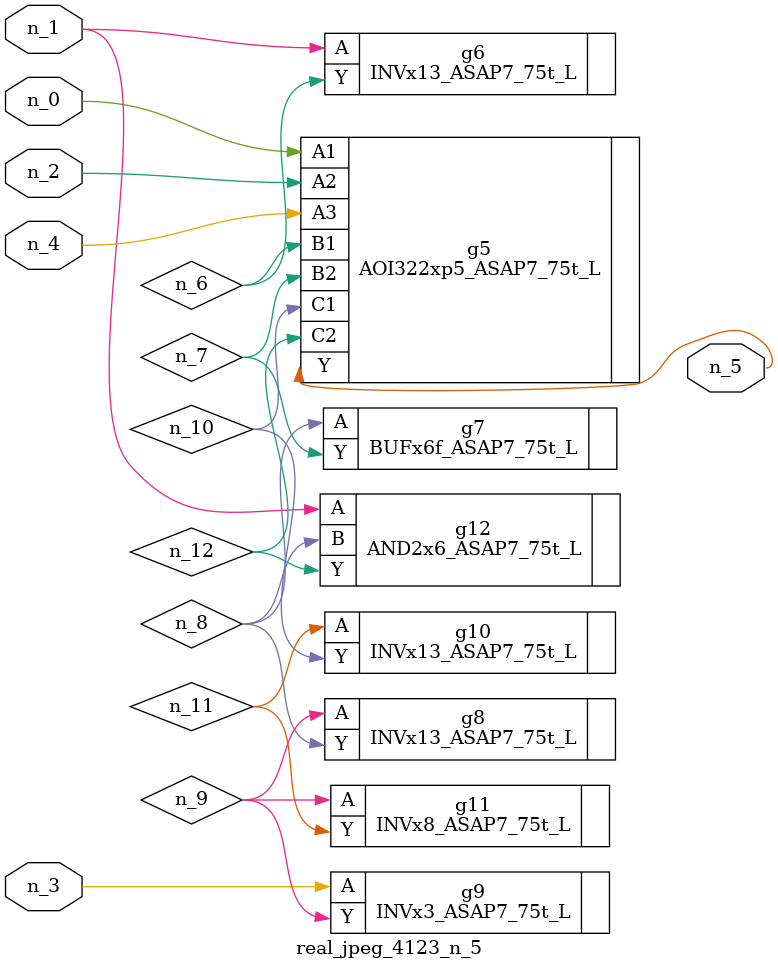
<source format=v>
module real_jpeg_4123_n_5 (n_4, n_0, n_1, n_2, n_3, n_5);

input n_4;
input n_0;
input n_1;
input n_2;
input n_3;

output n_5;

wire n_12;
wire n_8;
wire n_11;
wire n_6;
wire n_7;
wire n_10;
wire n_9;

AOI322xp5_ASAP7_75t_L g5 ( 
.A1(n_0),
.A2(n_2),
.A3(n_4),
.B1(n_6),
.B2(n_7),
.C1(n_10),
.C2(n_12),
.Y(n_5)
);

INVx13_ASAP7_75t_L g6 ( 
.A(n_1),
.Y(n_6)
);

AND2x6_ASAP7_75t_L g12 ( 
.A(n_1),
.B(n_8),
.Y(n_12)
);

INVx3_ASAP7_75t_L g9 ( 
.A(n_3),
.Y(n_9)
);

BUFx6f_ASAP7_75t_L g7 ( 
.A(n_8),
.Y(n_7)
);

INVx13_ASAP7_75t_L g8 ( 
.A(n_9),
.Y(n_8)
);

INVx8_ASAP7_75t_L g11 ( 
.A(n_9),
.Y(n_11)
);

INVx13_ASAP7_75t_L g10 ( 
.A(n_11),
.Y(n_10)
);


endmodule
</source>
